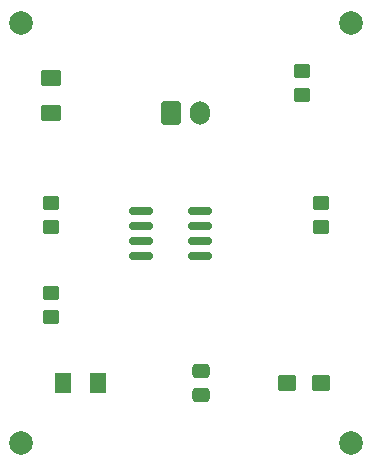
<source format=gbr>
%TF.GenerationSoftware,KiCad,Pcbnew,7.0.10*%
%TF.CreationDate,2024-01-18T13:18:40-08:00*%
%TF.ProjectId,Lab2,4c616232-2e6b-4696-9361-645f70636258,rev?*%
%TF.SameCoordinates,Original*%
%TF.FileFunction,Soldermask,Top*%
%TF.FilePolarity,Negative*%
%FSLAX46Y46*%
G04 Gerber Fmt 4.6, Leading zero omitted, Abs format (unit mm)*
G04 Created by KiCad (PCBNEW 7.0.10) date 2024-01-18 13:18:40*
%MOMM*%
%LPD*%
G01*
G04 APERTURE LIST*
G04 Aperture macros list*
%AMRoundRect*
0 Rectangle with rounded corners*
0 $1 Rounding radius*
0 $2 $3 $4 $5 $6 $7 $8 $9 X,Y pos of 4 corners*
0 Add a 4 corners polygon primitive as box body*
4,1,4,$2,$3,$4,$5,$6,$7,$8,$9,$2,$3,0*
0 Add four circle primitives for the rounded corners*
1,1,$1+$1,$2,$3*
1,1,$1+$1,$4,$5*
1,1,$1+$1,$6,$7*
1,1,$1+$1,$8,$9*
0 Add four rect primitives between the rounded corners*
20,1,$1+$1,$2,$3,$4,$5,0*
20,1,$1+$1,$4,$5,$6,$7,0*
20,1,$1+$1,$6,$7,$8,$9,0*
20,1,$1+$1,$8,$9,$2,$3,0*%
G04 Aperture macros list end*
%ADD10RoundRect,0.150000X-0.825000X-0.150000X0.825000X-0.150000X0.825000X0.150000X-0.825000X0.150000X0*%
%ADD11C,2.000000*%
%ADD12RoundRect,0.250001X0.462499X0.624999X-0.462499X0.624999X-0.462499X-0.624999X0.462499X-0.624999X0*%
%ADD13RoundRect,0.250000X-0.450000X0.350000X-0.450000X-0.350000X0.450000X-0.350000X0.450000X0.350000X0*%
%ADD14RoundRect,0.250000X-0.475000X0.337500X-0.475000X-0.337500X0.475000X-0.337500X0.475000X0.337500X0*%
%ADD15RoundRect,0.250000X0.537500X0.425000X-0.537500X0.425000X-0.537500X-0.425000X0.537500X-0.425000X0*%
%ADD16RoundRect,0.250001X0.624999X-0.462499X0.624999X0.462499X-0.624999X0.462499X-0.624999X-0.462499X0*%
%ADD17RoundRect,0.250000X-0.600000X-0.750000X0.600000X-0.750000X0.600000X0.750000X-0.600000X0.750000X0*%
%ADD18O,1.700000X2.000000*%
G04 APERTURE END LIST*
D10*
%TO.C,U1*%
X71185000Y-43815000D03*
X71185000Y-45085000D03*
X71185000Y-46355000D03*
X71185000Y-47625000D03*
X76135000Y-47625000D03*
X76135000Y-46355000D03*
X76135000Y-45085000D03*
X76135000Y-43815000D03*
%TD*%
D11*
%TO.C,REF\u002A\u002A*%
X88900000Y-63500000D03*
%TD*%
%TO.C,REF\u002A\u002A*%
X60960000Y-63500000D03*
%TD*%
%TO.C,REF\u002A\u002A*%
X88900000Y-27940000D03*
%TD*%
%TO.C,REF\u002A\u002A*%
X60960000Y-27940000D03*
%TD*%
D12*
%TO.C,D2*%
X67527500Y-58420000D03*
X64552500Y-58420000D03*
%TD*%
D13*
%TO.C,R2*%
X86360000Y-45180000D03*
X86360000Y-43180000D03*
%TD*%
%TO.C,R1*%
X84820000Y-34020000D03*
X84820000Y-32020000D03*
%TD*%
%TO.C,R3*%
X63500000Y-43180000D03*
X63500000Y-45180000D03*
%TD*%
D14*
%TO.C,C2*%
X76200000Y-57382500D03*
X76200000Y-59457500D03*
%TD*%
D15*
%TO.C,C1*%
X83485000Y-58420000D03*
X86360000Y-58420000D03*
%TD*%
D13*
%TO.C,R4*%
X63500000Y-50800000D03*
X63500000Y-52800000D03*
%TD*%
D16*
%TO.C,D1*%
X63500000Y-35560000D03*
X63500000Y-32585000D03*
%TD*%
D17*
%TO.C,J1*%
X73660000Y-35560000D03*
D18*
X76160000Y-35560000D03*
%TD*%
M02*

</source>
